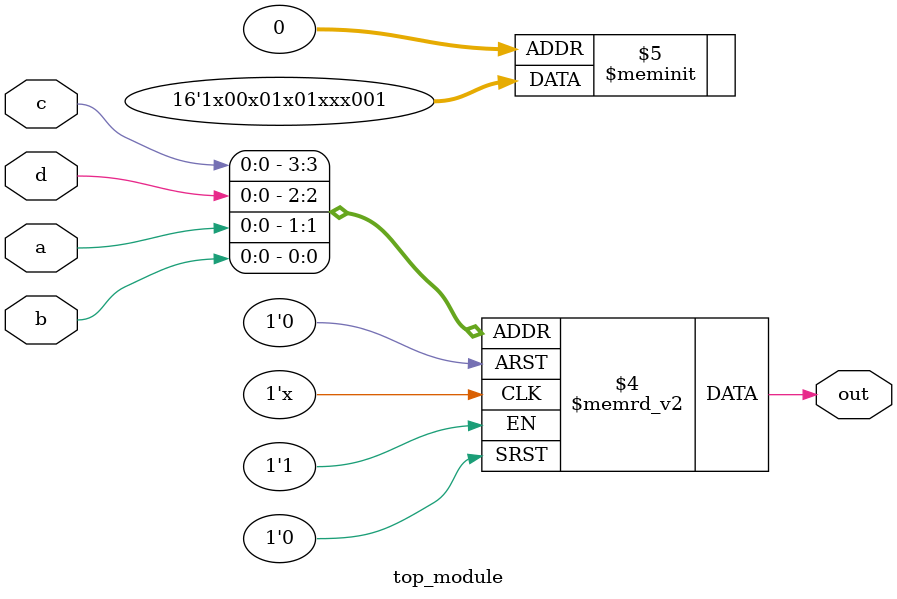
<source format=sv>
module top_module (
    input a,
    input b,
    input c,
    input d,
    output reg out
);

always @(*) begin
    case ({c, d, a, b})
        4'b0000, 4'b0110, 4'b1001, 4'b1111: out = 1'b1;
        4'b0001, 4'b0010, 4'b0111, 4'b1010, 4'b1100, 4'b1101: out = 1'b0;
        default: out = 1'bx;
    endcase
end

endmodule

</source>
